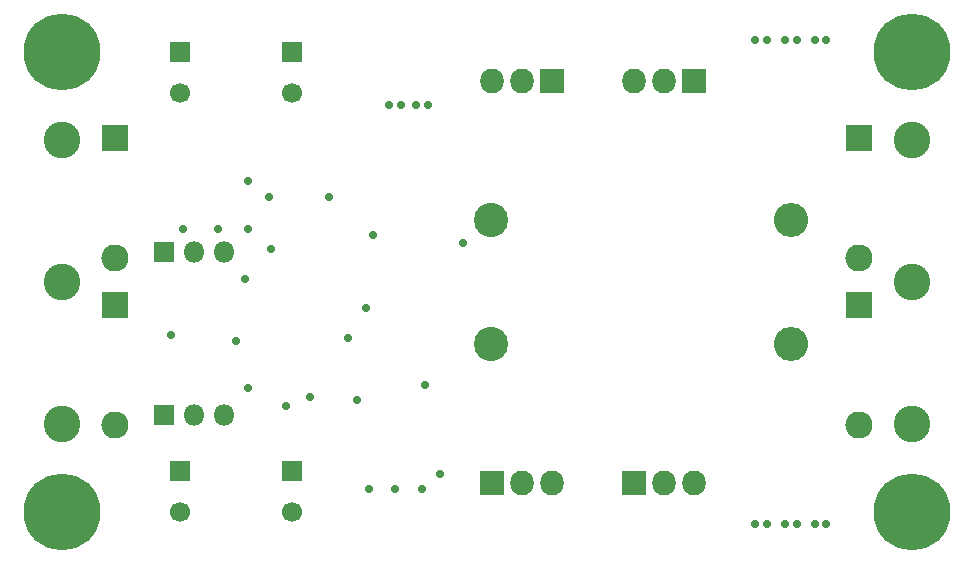
<source format=gbr>
%TF.GenerationSoftware,KiCad,Pcbnew,(5.1.6)-1*%
%TF.CreationDate,2021-05-08T17:44:37+05:30*%
%TF.ProjectId,CC CV Power Supply Rev 3,43432043-5620-4506-9f77-657220537570,rev?*%
%TF.SameCoordinates,Original*%
%TF.FileFunction,Soldermask,Bot*%
%TF.FilePolarity,Negative*%
%FSLAX46Y46*%
G04 Gerber Fmt 4.6, Leading zero omitted, Abs format (unit mm)*
G04 Created by KiCad (PCBNEW (5.1.6)-1) date 2021-05-08 17:44:37*
%MOMM*%
%LPD*%
G01*
G04 APERTURE LIST*
%ADD10O,2.900000X2.900000*%
%ADD11C,2.900000*%
%ADD12C,1.700000*%
%ADD13R,1.700000X1.700000*%
%ADD14O,1.800000X1.800000*%
%ADD15R,1.800000X1.800000*%
%ADD16O,2.300000X2.300000*%
%ADD17R,2.300000X2.300000*%
%ADD18C,0.900000*%
%ADD19C,6.500000*%
%ADD20O,2.005000X2.100000*%
%ADD21R,2.005000X2.100000*%
%ADD22C,3.100000*%
%ADD23C,0.709600*%
G04 APERTURE END LIST*
D10*
%TO.C,R27*%
X175750000Y-115250000D03*
D11*
X150350000Y-115250000D03*
%TD*%
D10*
%TO.C,R26*%
X175750000Y-104750000D03*
D11*
X150350000Y-104750000D03*
%TD*%
D12*
%TO.C,C29*%
X133500000Y-129500000D03*
D13*
X133500000Y-126000000D03*
%TD*%
D12*
%TO.C,C28*%
X133500000Y-94000000D03*
D13*
X133500000Y-90500000D03*
%TD*%
D14*
%TO.C,CV1*%
X127790000Y-121250000D03*
X125250000Y-121250000D03*
D15*
X122710000Y-121250000D03*
%TD*%
D14*
%TO.C,CC1*%
X127790000Y-107500000D03*
X125250000Y-107500000D03*
D15*
X122710000Y-107500000D03*
%TD*%
D16*
%TO.C,D4*%
X181500000Y-122160000D03*
D17*
X181500000Y-112000000D03*
%TD*%
D16*
%TO.C,D3*%
X181500000Y-108000000D03*
D17*
X181500000Y-97840000D03*
%TD*%
D16*
%TO.C,D2*%
X118500000Y-122160000D03*
D17*
X118500000Y-112000000D03*
%TD*%
D16*
%TO.C,D1*%
X118500000Y-108000000D03*
D17*
X118500000Y-97840000D03*
%TD*%
D12*
%TO.C,C4*%
X124000000Y-94000000D03*
D13*
X124000000Y-90500000D03*
%TD*%
D12*
%TO.C,C5*%
X124000000Y-129500000D03*
D13*
X124000000Y-126000000D03*
%TD*%
D18*
%TO.C,H5*%
X115697056Y-88802944D03*
X114000000Y-88100000D03*
X112302944Y-88802944D03*
X111600000Y-90500000D03*
X112302944Y-92197056D03*
X114000000Y-92900000D03*
X115697056Y-92197056D03*
X116400000Y-90500000D03*
D19*
X114000000Y-90500000D03*
%TD*%
%TO.C,H6*%
X186000000Y-90500000D03*
D18*
X188400000Y-90500000D03*
X187697056Y-92197056D03*
X186000000Y-92900000D03*
X184302944Y-92197056D03*
X183600000Y-90500000D03*
X184302944Y-88802944D03*
X186000000Y-88100000D03*
X187697056Y-88802944D03*
%TD*%
%TO.C,H7*%
X115697056Y-127802944D03*
X114000000Y-127100000D03*
X112302944Y-127802944D03*
X111600000Y-129500000D03*
X112302944Y-131197056D03*
X114000000Y-131900000D03*
X115697056Y-131197056D03*
X116400000Y-129500000D03*
D19*
X114000000Y-129500000D03*
%TD*%
%TO.C,H8*%
X186000000Y-129500000D03*
D18*
X188400000Y-129500000D03*
X187697056Y-131197056D03*
X186000000Y-131900000D03*
X184302944Y-131197056D03*
X183600000Y-129500000D03*
X184302944Y-127802944D03*
X186000000Y-127100000D03*
X187697056Y-127802944D03*
%TD*%
D20*
%TO.C,Q4*%
X167540000Y-127000000D03*
X165000000Y-127000000D03*
D21*
X162460000Y-127000000D03*
%TD*%
%TO.C,Q5*%
X150460000Y-127000000D03*
D20*
X153000000Y-127000000D03*
X155540000Y-127000000D03*
%TD*%
D21*
%TO.C,Q6*%
X167540000Y-93000000D03*
D20*
X165000000Y-93000000D03*
X162460000Y-93000000D03*
%TD*%
%TO.C,Q7*%
X150460000Y-93000000D03*
X153000000Y-93000000D03*
D21*
X155540000Y-93000000D03*
%TD*%
D22*
%TO.C,H1*%
X114000000Y-98000000D03*
%TD*%
%TO.C,H2*%
X114000000Y-110000000D03*
%TD*%
%TO.C,H4*%
X114000000Y-122000000D03*
%TD*%
%TO.C,H9*%
X186000000Y-98000000D03*
%TD*%
%TO.C,H10*%
X186000000Y-110000000D03*
%TD*%
%TO.C,H11*%
X186000000Y-122000000D03*
%TD*%
D23*
X148000000Y-106750000D03*
X172750000Y-130500000D03*
X173750000Y-130500000D03*
X175250000Y-130500000D03*
X176250000Y-130500000D03*
X177750000Y-130500000D03*
X178750000Y-130500000D03*
X172750000Y-89500000D03*
X173750000Y-89500000D03*
X175250000Y-89500000D03*
X176250000Y-89500000D03*
X177750000Y-89500000D03*
X178750000Y-89500000D03*
X123250000Y-114500000D03*
X129500000Y-109750000D03*
X139750000Y-112250000D03*
X138250000Y-114750000D03*
X128750000Y-115000000D03*
X129750000Y-119000000D03*
X135000000Y-119750000D03*
X133000000Y-120500000D03*
X144750000Y-118750000D03*
X145000000Y-95000000D03*
X144000000Y-95000000D03*
X142750000Y-95000000D03*
X141750000Y-95000000D03*
X131750000Y-107250000D03*
X146000000Y-126250000D03*
X140000000Y-127500000D03*
X142250000Y-127500000D03*
X144500000Y-127500000D03*
X139000000Y-120000000D03*
X140379997Y-105999995D03*
X131596000Y-102846000D03*
X136676000Y-102824000D03*
X129750000Y-101500000D03*
X124250000Y-105500000D03*
X127250000Y-105500000D03*
X129750000Y-105500000D03*
M02*

</source>
